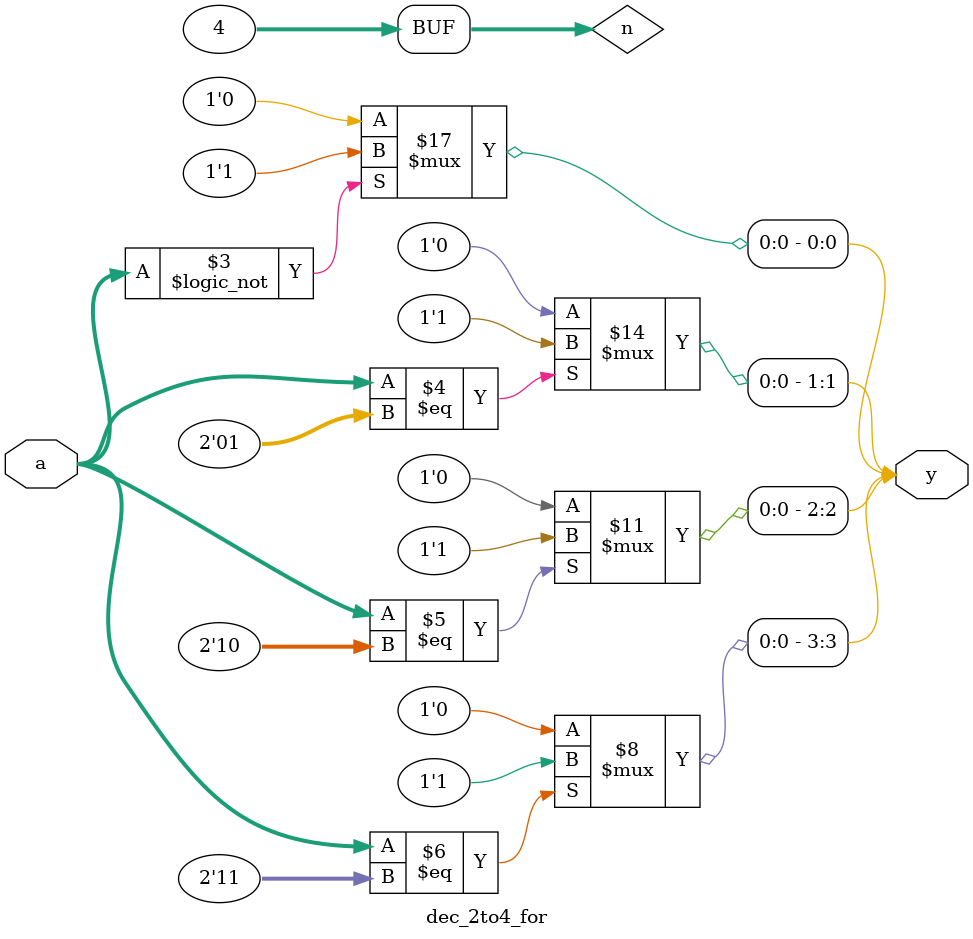
<source format=v>
module dec_2to4_for(a, y);
    input  [1:0] a;
    output [3:0] y;
    reg    [3:0] y;
    integer      n;

    always @(a) begin
        for (n = 0; n <=3;  n = n+1 ) begin
            if(a == n)
                y[n] = 1'b1;
            else
                y[n] = 1'b0;
        end
    end
endmodule
</source>
